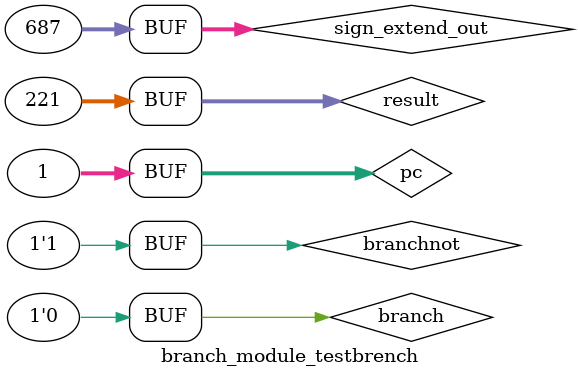
<source format=v>
`define DELAY 20
module branch_module_testbrench();




reg branch, branchnot;
reg [31:0] result;
reg [31:0] sign_extend_out;
reg [31:0] pc;

wire [31:0] newPc;

branch_module Br(branch, branchnot, result, sign_extend_out, pc, newPc);

initial begin 

branch = 1'b1;
branchnot = 1'b0;
result = 32'b0000000000000000000000000000000;
sign_extend_out = 32'b00000000000000000000001010101111;
pc = 32'b00000000000000000000000000000001;
#`DELAY;

branch = 1'b0;
branchnot = 1'b0;
result = 32'b00000000000000000000000000001101;
sign_extend_out = 32'b00000000000000000000001010101111;
pc = 32'b00000000000000000000000000000001;
#`DELAY;


branch = 1'b0;
branchnot = 1'b1;
result = 32'b00000000000000000000000011011101;
sign_extend_out = 32'b00000000000000000000001010101111;
pc = 32'b00000000000000000000000000000001;
#`DELAY;

end


initial begin
	$monitor("branch = %1b branchnot = %1b \n alu result = %32b sign_extend_out = %32b \n pc = %32b \n newPc = %32b",branch, branchnot, result, sign_extend_out, pc, newPc);
end

endmodule

</source>
